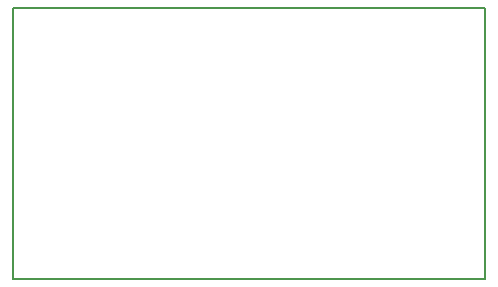
<source format=gm1>
%TF.GenerationSoftware,KiCad,Pcbnew,(6.0.7)*%
%TF.CreationDate,2022-08-25T13:01:18+08:00*%
%TF.ProjectId,T12_SolderingStationScreen,5431325f-536f-46c6-9465-72696e675374,rev?*%
%TF.SameCoordinates,Original*%
%TF.FileFunction,Profile,NP*%
%FSLAX45Y45*%
G04 Gerber Fmt 4.5, Leading zero omitted, Abs format (unit mm)*
G04 Created by KiCad (PCBNEW (6.0.7)) date 2022-08-25 13:01:18*
%MOMM*%
%LPD*%
G01*
G04 APERTURE LIST*
%TA.AperFunction,Profile*%
%ADD10C,0.152399*%
%TD*%
G04 APERTURE END LIST*
D10*
X12668000Y-13596000D02*
X8668000Y-13596000D01*
X12668000Y-11296000D02*
X12668000Y-13596000D01*
X8668000Y-11296000D02*
X12668000Y-11296000D01*
X8668000Y-13596000D02*
X8668000Y-11296000D01*
M02*

</source>
